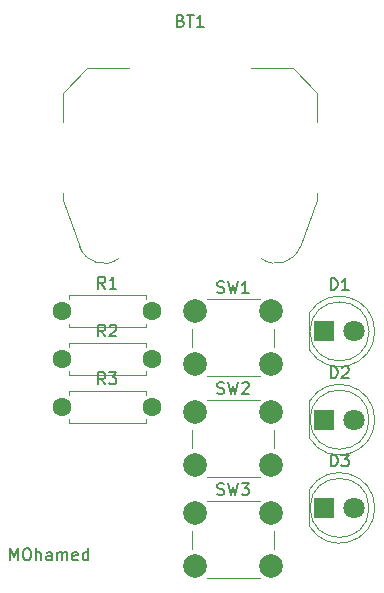
<source format=gbr>
%TF.GenerationSoftware,KiCad,Pcbnew,9.0.2*%
%TF.CreationDate,2025-06-03T22:34:10+03:00*%
%TF.ProjectId,first_PcB,66697273-745f-4506-9342-2e6b69636164,rev?*%
%TF.SameCoordinates,Original*%
%TF.FileFunction,Soldermask,Bot*%
%TF.FilePolarity,Negative*%
%FSLAX46Y46*%
G04 Gerber Fmt 4.6, Leading zero omitted, Abs format (unit mm)*
G04 Created by KiCad (PCBNEW 9.0.2) date 2025-06-03 22:34:10*
%MOMM*%
%LPD*%
G01*
G04 APERTURE LIST*
%ADD10C,2.000000*%
%ADD11C,1.600000*%
%ADD12R,1.800000X1.800000*%
%ADD13C,1.800000*%
%ADD14C,0.150000*%
%ADD15C,0.120000*%
G04 APERTURE END LIST*
D10*
%TO.C,SW3*%
X149970000Y-112890000D03*
X156470000Y-112890000D03*
X149970000Y-117390000D03*
X156470000Y-117390000D03*
%TD*%
%TO.C,SW1*%
X149970000Y-95790000D03*
X156470000Y-95790000D03*
X149970000Y-100290000D03*
X156470000Y-100290000D03*
%TD*%
D11*
%TO.C,R3*%
X138750000Y-103890000D03*
X146370000Y-103890000D03*
%TD*%
%TO.C,R2*%
X138750000Y-99840000D03*
X146370000Y-99840000D03*
%TD*%
D12*
%TO.C,D1*%
X160960000Y-97500000D03*
D13*
X163500000Y-97500000D03*
%TD*%
D12*
%TO.C,D3*%
X160960000Y-112440000D03*
D13*
X163500000Y-112440000D03*
%TD*%
D10*
%TO.C,SW2*%
X149970000Y-104340000D03*
X156470000Y-104340000D03*
X149970000Y-108840000D03*
X156470000Y-108840000D03*
%TD*%
D11*
%TO.C,R1*%
X138750000Y-95790000D03*
X146370000Y-95790000D03*
%TD*%
D12*
%TO.C,D2*%
X160960000Y-104970000D03*
D13*
X163500000Y-104970000D03*
%TD*%
D14*
X134336779Y-116869819D02*
X134336779Y-115869819D01*
X134336779Y-115869819D02*
X134670112Y-116584104D01*
X134670112Y-116584104D02*
X135003445Y-115869819D01*
X135003445Y-115869819D02*
X135003445Y-116869819D01*
X135670112Y-115869819D02*
X135860588Y-115869819D01*
X135860588Y-115869819D02*
X135955826Y-115917438D01*
X135955826Y-115917438D02*
X136051064Y-116012676D01*
X136051064Y-116012676D02*
X136098683Y-116203152D01*
X136098683Y-116203152D02*
X136098683Y-116536485D01*
X136098683Y-116536485D02*
X136051064Y-116726961D01*
X136051064Y-116726961D02*
X135955826Y-116822200D01*
X135955826Y-116822200D02*
X135860588Y-116869819D01*
X135860588Y-116869819D02*
X135670112Y-116869819D01*
X135670112Y-116869819D02*
X135574874Y-116822200D01*
X135574874Y-116822200D02*
X135479636Y-116726961D01*
X135479636Y-116726961D02*
X135432017Y-116536485D01*
X135432017Y-116536485D02*
X135432017Y-116203152D01*
X135432017Y-116203152D02*
X135479636Y-116012676D01*
X135479636Y-116012676D02*
X135574874Y-115917438D01*
X135574874Y-115917438D02*
X135670112Y-115869819D01*
X136527255Y-116869819D02*
X136527255Y-115869819D01*
X136955826Y-116869819D02*
X136955826Y-116346009D01*
X136955826Y-116346009D02*
X136908207Y-116250771D01*
X136908207Y-116250771D02*
X136812969Y-116203152D01*
X136812969Y-116203152D02*
X136670112Y-116203152D01*
X136670112Y-116203152D02*
X136574874Y-116250771D01*
X136574874Y-116250771D02*
X136527255Y-116298390D01*
X137860588Y-116869819D02*
X137860588Y-116346009D01*
X137860588Y-116346009D02*
X137812969Y-116250771D01*
X137812969Y-116250771D02*
X137717731Y-116203152D01*
X137717731Y-116203152D02*
X137527255Y-116203152D01*
X137527255Y-116203152D02*
X137432017Y-116250771D01*
X137860588Y-116822200D02*
X137765350Y-116869819D01*
X137765350Y-116869819D02*
X137527255Y-116869819D01*
X137527255Y-116869819D02*
X137432017Y-116822200D01*
X137432017Y-116822200D02*
X137384398Y-116726961D01*
X137384398Y-116726961D02*
X137384398Y-116631723D01*
X137384398Y-116631723D02*
X137432017Y-116536485D01*
X137432017Y-116536485D02*
X137527255Y-116488866D01*
X137527255Y-116488866D02*
X137765350Y-116488866D01*
X137765350Y-116488866D02*
X137860588Y-116441247D01*
X138336779Y-116869819D02*
X138336779Y-116203152D01*
X138336779Y-116298390D02*
X138384398Y-116250771D01*
X138384398Y-116250771D02*
X138479636Y-116203152D01*
X138479636Y-116203152D02*
X138622493Y-116203152D01*
X138622493Y-116203152D02*
X138717731Y-116250771D01*
X138717731Y-116250771D02*
X138765350Y-116346009D01*
X138765350Y-116346009D02*
X138765350Y-116869819D01*
X138765350Y-116346009D02*
X138812969Y-116250771D01*
X138812969Y-116250771D02*
X138908207Y-116203152D01*
X138908207Y-116203152D02*
X139051064Y-116203152D01*
X139051064Y-116203152D02*
X139146303Y-116250771D01*
X139146303Y-116250771D02*
X139193922Y-116346009D01*
X139193922Y-116346009D02*
X139193922Y-116869819D01*
X140051064Y-116822200D02*
X139955826Y-116869819D01*
X139955826Y-116869819D02*
X139765350Y-116869819D01*
X139765350Y-116869819D02*
X139670112Y-116822200D01*
X139670112Y-116822200D02*
X139622493Y-116726961D01*
X139622493Y-116726961D02*
X139622493Y-116346009D01*
X139622493Y-116346009D02*
X139670112Y-116250771D01*
X139670112Y-116250771D02*
X139765350Y-116203152D01*
X139765350Y-116203152D02*
X139955826Y-116203152D01*
X139955826Y-116203152D02*
X140051064Y-116250771D01*
X140051064Y-116250771D02*
X140098683Y-116346009D01*
X140098683Y-116346009D02*
X140098683Y-116441247D01*
X140098683Y-116441247D02*
X139622493Y-116536485D01*
X140955826Y-116869819D02*
X140955826Y-115869819D01*
X140955826Y-116822200D02*
X140860588Y-116869819D01*
X140860588Y-116869819D02*
X140670112Y-116869819D01*
X140670112Y-116869819D02*
X140574874Y-116822200D01*
X140574874Y-116822200D02*
X140527255Y-116774580D01*
X140527255Y-116774580D02*
X140479636Y-116679342D01*
X140479636Y-116679342D02*
X140479636Y-116393628D01*
X140479636Y-116393628D02*
X140527255Y-116298390D01*
X140527255Y-116298390D02*
X140574874Y-116250771D01*
X140574874Y-116250771D02*
X140670112Y-116203152D01*
X140670112Y-116203152D02*
X140860588Y-116203152D01*
X140860588Y-116203152D02*
X140955826Y-116250771D01*
X151886667Y-111297200D02*
X152029524Y-111344819D01*
X152029524Y-111344819D02*
X152267619Y-111344819D01*
X152267619Y-111344819D02*
X152362857Y-111297200D01*
X152362857Y-111297200D02*
X152410476Y-111249580D01*
X152410476Y-111249580D02*
X152458095Y-111154342D01*
X152458095Y-111154342D02*
X152458095Y-111059104D01*
X152458095Y-111059104D02*
X152410476Y-110963866D01*
X152410476Y-110963866D02*
X152362857Y-110916247D01*
X152362857Y-110916247D02*
X152267619Y-110868628D01*
X152267619Y-110868628D02*
X152077143Y-110821009D01*
X152077143Y-110821009D02*
X151981905Y-110773390D01*
X151981905Y-110773390D02*
X151934286Y-110725771D01*
X151934286Y-110725771D02*
X151886667Y-110630533D01*
X151886667Y-110630533D02*
X151886667Y-110535295D01*
X151886667Y-110535295D02*
X151934286Y-110440057D01*
X151934286Y-110440057D02*
X151981905Y-110392438D01*
X151981905Y-110392438D02*
X152077143Y-110344819D01*
X152077143Y-110344819D02*
X152315238Y-110344819D01*
X152315238Y-110344819D02*
X152458095Y-110392438D01*
X152791429Y-110344819D02*
X153029524Y-111344819D01*
X153029524Y-111344819D02*
X153220000Y-110630533D01*
X153220000Y-110630533D02*
X153410476Y-111344819D01*
X153410476Y-111344819D02*
X153648572Y-110344819D01*
X153934286Y-110344819D02*
X154553333Y-110344819D01*
X154553333Y-110344819D02*
X154220000Y-110725771D01*
X154220000Y-110725771D02*
X154362857Y-110725771D01*
X154362857Y-110725771D02*
X154458095Y-110773390D01*
X154458095Y-110773390D02*
X154505714Y-110821009D01*
X154505714Y-110821009D02*
X154553333Y-110916247D01*
X154553333Y-110916247D02*
X154553333Y-111154342D01*
X154553333Y-111154342D02*
X154505714Y-111249580D01*
X154505714Y-111249580D02*
X154458095Y-111297200D01*
X154458095Y-111297200D02*
X154362857Y-111344819D01*
X154362857Y-111344819D02*
X154077143Y-111344819D01*
X154077143Y-111344819D02*
X153981905Y-111297200D01*
X153981905Y-111297200D02*
X153934286Y-111249580D01*
X151886667Y-94197200D02*
X152029524Y-94244819D01*
X152029524Y-94244819D02*
X152267619Y-94244819D01*
X152267619Y-94244819D02*
X152362857Y-94197200D01*
X152362857Y-94197200D02*
X152410476Y-94149580D01*
X152410476Y-94149580D02*
X152458095Y-94054342D01*
X152458095Y-94054342D02*
X152458095Y-93959104D01*
X152458095Y-93959104D02*
X152410476Y-93863866D01*
X152410476Y-93863866D02*
X152362857Y-93816247D01*
X152362857Y-93816247D02*
X152267619Y-93768628D01*
X152267619Y-93768628D02*
X152077143Y-93721009D01*
X152077143Y-93721009D02*
X151981905Y-93673390D01*
X151981905Y-93673390D02*
X151934286Y-93625771D01*
X151934286Y-93625771D02*
X151886667Y-93530533D01*
X151886667Y-93530533D02*
X151886667Y-93435295D01*
X151886667Y-93435295D02*
X151934286Y-93340057D01*
X151934286Y-93340057D02*
X151981905Y-93292438D01*
X151981905Y-93292438D02*
X152077143Y-93244819D01*
X152077143Y-93244819D02*
X152315238Y-93244819D01*
X152315238Y-93244819D02*
X152458095Y-93292438D01*
X152791429Y-93244819D02*
X153029524Y-94244819D01*
X153029524Y-94244819D02*
X153220000Y-93530533D01*
X153220000Y-93530533D02*
X153410476Y-94244819D01*
X153410476Y-94244819D02*
X153648572Y-93244819D01*
X154553333Y-94244819D02*
X153981905Y-94244819D01*
X154267619Y-94244819D02*
X154267619Y-93244819D01*
X154267619Y-93244819D02*
X154172381Y-93387676D01*
X154172381Y-93387676D02*
X154077143Y-93482914D01*
X154077143Y-93482914D02*
X153981905Y-93530533D01*
X142393333Y-101974819D02*
X142060000Y-101498628D01*
X141821905Y-101974819D02*
X141821905Y-100974819D01*
X141821905Y-100974819D02*
X142202857Y-100974819D01*
X142202857Y-100974819D02*
X142298095Y-101022438D01*
X142298095Y-101022438D02*
X142345714Y-101070057D01*
X142345714Y-101070057D02*
X142393333Y-101165295D01*
X142393333Y-101165295D02*
X142393333Y-101308152D01*
X142393333Y-101308152D02*
X142345714Y-101403390D01*
X142345714Y-101403390D02*
X142298095Y-101451009D01*
X142298095Y-101451009D02*
X142202857Y-101498628D01*
X142202857Y-101498628D02*
X141821905Y-101498628D01*
X142726667Y-100974819D02*
X143345714Y-100974819D01*
X143345714Y-100974819D02*
X143012381Y-101355771D01*
X143012381Y-101355771D02*
X143155238Y-101355771D01*
X143155238Y-101355771D02*
X143250476Y-101403390D01*
X143250476Y-101403390D02*
X143298095Y-101451009D01*
X143298095Y-101451009D02*
X143345714Y-101546247D01*
X143345714Y-101546247D02*
X143345714Y-101784342D01*
X143345714Y-101784342D02*
X143298095Y-101879580D01*
X143298095Y-101879580D02*
X143250476Y-101927200D01*
X143250476Y-101927200D02*
X143155238Y-101974819D01*
X143155238Y-101974819D02*
X142869524Y-101974819D01*
X142869524Y-101974819D02*
X142774286Y-101927200D01*
X142774286Y-101927200D02*
X142726667Y-101879580D01*
X142393333Y-97924819D02*
X142060000Y-97448628D01*
X141821905Y-97924819D02*
X141821905Y-96924819D01*
X141821905Y-96924819D02*
X142202857Y-96924819D01*
X142202857Y-96924819D02*
X142298095Y-96972438D01*
X142298095Y-96972438D02*
X142345714Y-97020057D01*
X142345714Y-97020057D02*
X142393333Y-97115295D01*
X142393333Y-97115295D02*
X142393333Y-97258152D01*
X142393333Y-97258152D02*
X142345714Y-97353390D01*
X142345714Y-97353390D02*
X142298095Y-97401009D01*
X142298095Y-97401009D02*
X142202857Y-97448628D01*
X142202857Y-97448628D02*
X141821905Y-97448628D01*
X142774286Y-97020057D02*
X142821905Y-96972438D01*
X142821905Y-96972438D02*
X142917143Y-96924819D01*
X142917143Y-96924819D02*
X143155238Y-96924819D01*
X143155238Y-96924819D02*
X143250476Y-96972438D01*
X143250476Y-96972438D02*
X143298095Y-97020057D01*
X143298095Y-97020057D02*
X143345714Y-97115295D01*
X143345714Y-97115295D02*
X143345714Y-97210533D01*
X143345714Y-97210533D02*
X143298095Y-97353390D01*
X143298095Y-97353390D02*
X142726667Y-97924819D01*
X142726667Y-97924819D02*
X143345714Y-97924819D01*
X161491905Y-93994819D02*
X161491905Y-92994819D01*
X161491905Y-92994819D02*
X161730000Y-92994819D01*
X161730000Y-92994819D02*
X161872857Y-93042438D01*
X161872857Y-93042438D02*
X161968095Y-93137676D01*
X161968095Y-93137676D02*
X162015714Y-93232914D01*
X162015714Y-93232914D02*
X162063333Y-93423390D01*
X162063333Y-93423390D02*
X162063333Y-93566247D01*
X162063333Y-93566247D02*
X162015714Y-93756723D01*
X162015714Y-93756723D02*
X161968095Y-93851961D01*
X161968095Y-93851961D02*
X161872857Y-93947200D01*
X161872857Y-93947200D02*
X161730000Y-93994819D01*
X161730000Y-93994819D02*
X161491905Y-93994819D01*
X163015714Y-93994819D02*
X162444286Y-93994819D01*
X162730000Y-93994819D02*
X162730000Y-92994819D01*
X162730000Y-92994819D02*
X162634762Y-93137676D01*
X162634762Y-93137676D02*
X162539524Y-93232914D01*
X162539524Y-93232914D02*
X162444286Y-93280533D01*
X161491905Y-108934819D02*
X161491905Y-107934819D01*
X161491905Y-107934819D02*
X161730000Y-107934819D01*
X161730000Y-107934819D02*
X161872857Y-107982438D01*
X161872857Y-107982438D02*
X161968095Y-108077676D01*
X161968095Y-108077676D02*
X162015714Y-108172914D01*
X162015714Y-108172914D02*
X162063333Y-108363390D01*
X162063333Y-108363390D02*
X162063333Y-108506247D01*
X162063333Y-108506247D02*
X162015714Y-108696723D01*
X162015714Y-108696723D02*
X161968095Y-108791961D01*
X161968095Y-108791961D02*
X161872857Y-108887200D01*
X161872857Y-108887200D02*
X161730000Y-108934819D01*
X161730000Y-108934819D02*
X161491905Y-108934819D01*
X162396667Y-107934819D02*
X163015714Y-107934819D01*
X163015714Y-107934819D02*
X162682381Y-108315771D01*
X162682381Y-108315771D02*
X162825238Y-108315771D01*
X162825238Y-108315771D02*
X162920476Y-108363390D01*
X162920476Y-108363390D02*
X162968095Y-108411009D01*
X162968095Y-108411009D02*
X163015714Y-108506247D01*
X163015714Y-108506247D02*
X163015714Y-108744342D01*
X163015714Y-108744342D02*
X162968095Y-108839580D01*
X162968095Y-108839580D02*
X162920476Y-108887200D01*
X162920476Y-108887200D02*
X162825238Y-108934819D01*
X162825238Y-108934819D02*
X162539524Y-108934819D01*
X162539524Y-108934819D02*
X162444286Y-108887200D01*
X162444286Y-108887200D02*
X162396667Y-108839580D01*
X151886667Y-102747200D02*
X152029524Y-102794819D01*
X152029524Y-102794819D02*
X152267619Y-102794819D01*
X152267619Y-102794819D02*
X152362857Y-102747200D01*
X152362857Y-102747200D02*
X152410476Y-102699580D01*
X152410476Y-102699580D02*
X152458095Y-102604342D01*
X152458095Y-102604342D02*
X152458095Y-102509104D01*
X152458095Y-102509104D02*
X152410476Y-102413866D01*
X152410476Y-102413866D02*
X152362857Y-102366247D01*
X152362857Y-102366247D02*
X152267619Y-102318628D01*
X152267619Y-102318628D02*
X152077143Y-102271009D01*
X152077143Y-102271009D02*
X151981905Y-102223390D01*
X151981905Y-102223390D02*
X151934286Y-102175771D01*
X151934286Y-102175771D02*
X151886667Y-102080533D01*
X151886667Y-102080533D02*
X151886667Y-101985295D01*
X151886667Y-101985295D02*
X151934286Y-101890057D01*
X151934286Y-101890057D02*
X151981905Y-101842438D01*
X151981905Y-101842438D02*
X152077143Y-101794819D01*
X152077143Y-101794819D02*
X152315238Y-101794819D01*
X152315238Y-101794819D02*
X152458095Y-101842438D01*
X152791429Y-101794819D02*
X153029524Y-102794819D01*
X153029524Y-102794819D02*
X153220000Y-102080533D01*
X153220000Y-102080533D02*
X153410476Y-102794819D01*
X153410476Y-102794819D02*
X153648572Y-101794819D01*
X153981905Y-101890057D02*
X154029524Y-101842438D01*
X154029524Y-101842438D02*
X154124762Y-101794819D01*
X154124762Y-101794819D02*
X154362857Y-101794819D01*
X154362857Y-101794819D02*
X154458095Y-101842438D01*
X154458095Y-101842438D02*
X154505714Y-101890057D01*
X154505714Y-101890057D02*
X154553333Y-101985295D01*
X154553333Y-101985295D02*
X154553333Y-102080533D01*
X154553333Y-102080533D02*
X154505714Y-102223390D01*
X154505714Y-102223390D02*
X153934286Y-102794819D01*
X153934286Y-102794819D02*
X154553333Y-102794819D01*
X142393333Y-93874819D02*
X142060000Y-93398628D01*
X141821905Y-93874819D02*
X141821905Y-92874819D01*
X141821905Y-92874819D02*
X142202857Y-92874819D01*
X142202857Y-92874819D02*
X142298095Y-92922438D01*
X142298095Y-92922438D02*
X142345714Y-92970057D01*
X142345714Y-92970057D02*
X142393333Y-93065295D01*
X142393333Y-93065295D02*
X142393333Y-93208152D01*
X142393333Y-93208152D02*
X142345714Y-93303390D01*
X142345714Y-93303390D02*
X142298095Y-93351009D01*
X142298095Y-93351009D02*
X142202857Y-93398628D01*
X142202857Y-93398628D02*
X141821905Y-93398628D01*
X143345714Y-93874819D02*
X142774286Y-93874819D01*
X143060000Y-93874819D02*
X143060000Y-92874819D01*
X143060000Y-92874819D02*
X142964762Y-93017676D01*
X142964762Y-93017676D02*
X142869524Y-93112914D01*
X142869524Y-93112914D02*
X142774286Y-93160533D01*
X161491905Y-101464819D02*
X161491905Y-100464819D01*
X161491905Y-100464819D02*
X161730000Y-100464819D01*
X161730000Y-100464819D02*
X161872857Y-100512438D01*
X161872857Y-100512438D02*
X161968095Y-100607676D01*
X161968095Y-100607676D02*
X162015714Y-100702914D01*
X162015714Y-100702914D02*
X162063333Y-100893390D01*
X162063333Y-100893390D02*
X162063333Y-101036247D01*
X162063333Y-101036247D02*
X162015714Y-101226723D01*
X162015714Y-101226723D02*
X161968095Y-101321961D01*
X161968095Y-101321961D02*
X161872857Y-101417200D01*
X161872857Y-101417200D02*
X161730000Y-101464819D01*
X161730000Y-101464819D02*
X161491905Y-101464819D01*
X162444286Y-100560057D02*
X162491905Y-100512438D01*
X162491905Y-100512438D02*
X162587143Y-100464819D01*
X162587143Y-100464819D02*
X162825238Y-100464819D01*
X162825238Y-100464819D02*
X162920476Y-100512438D01*
X162920476Y-100512438D02*
X162968095Y-100560057D01*
X162968095Y-100560057D02*
X163015714Y-100655295D01*
X163015714Y-100655295D02*
X163015714Y-100750533D01*
X163015714Y-100750533D02*
X162968095Y-100893390D01*
X162968095Y-100893390D02*
X162396667Y-101464819D01*
X162396667Y-101464819D02*
X163015714Y-101464819D01*
X148784285Y-71179084D02*
X148927142Y-71226703D01*
X148927142Y-71226703D02*
X148974761Y-71274322D01*
X148974761Y-71274322D02*
X149022380Y-71369560D01*
X149022380Y-71369560D02*
X149022380Y-71512417D01*
X149022380Y-71512417D02*
X148974761Y-71607655D01*
X148974761Y-71607655D02*
X148927142Y-71655275D01*
X148927142Y-71655275D02*
X148831904Y-71702894D01*
X148831904Y-71702894D02*
X148450952Y-71702894D01*
X148450952Y-71702894D02*
X148450952Y-70702894D01*
X148450952Y-70702894D02*
X148784285Y-70702894D01*
X148784285Y-70702894D02*
X148879523Y-70750513D01*
X148879523Y-70750513D02*
X148927142Y-70798132D01*
X148927142Y-70798132D02*
X148974761Y-70893370D01*
X148974761Y-70893370D02*
X148974761Y-70988608D01*
X148974761Y-70988608D02*
X148927142Y-71083846D01*
X148927142Y-71083846D02*
X148879523Y-71131465D01*
X148879523Y-71131465D02*
X148784285Y-71179084D01*
X148784285Y-71179084D02*
X148450952Y-71179084D01*
X149308095Y-70702894D02*
X149879523Y-70702894D01*
X149593809Y-71702894D02*
X149593809Y-70702894D01*
X150736666Y-71702894D02*
X150165238Y-71702894D01*
X150450952Y-71702894D02*
X150450952Y-70702894D01*
X150450952Y-70702894D02*
X150355714Y-70845751D01*
X150355714Y-70845751D02*
X150260476Y-70940989D01*
X150260476Y-70940989D02*
X150165238Y-70988608D01*
D15*
%TO.C,SW3*%
X149720000Y-114390000D02*
X149720000Y-115890000D01*
X150970000Y-118390000D02*
X155470000Y-118390000D01*
X155470000Y-111890000D02*
X150970000Y-111890000D01*
X156720000Y-115890000D02*
X156720000Y-114390000D01*
%TO.C,SW1*%
X149720000Y-97290000D02*
X149720000Y-98790000D01*
X150970000Y-101290000D02*
X155470000Y-101290000D01*
X155470000Y-94790000D02*
X150970000Y-94790000D01*
X156720000Y-98790000D02*
X156720000Y-97290000D01*
%TO.C,R3*%
X139290000Y-102520000D02*
X145830000Y-102520000D01*
X139290000Y-102850000D02*
X139290000Y-102520000D01*
X139290000Y-104930000D02*
X139290000Y-105260000D01*
X139290000Y-105260000D02*
X145830000Y-105260000D01*
X145830000Y-102520000D02*
X145830000Y-102850000D01*
X145830000Y-105260000D02*
X145830000Y-104930000D01*
%TO.C,R2*%
X139290000Y-98470000D02*
X145830000Y-98470000D01*
X139290000Y-98800000D02*
X139290000Y-98470000D01*
X139290000Y-100880000D02*
X139290000Y-101210000D01*
X139290000Y-101210000D02*
X145830000Y-101210000D01*
X145830000Y-98470000D02*
X145830000Y-98800000D01*
X145830000Y-101210000D02*
X145830000Y-100880000D01*
%TO.C,D1*%
X159670000Y-95955000D02*
X159670000Y-99045000D01*
X159670000Y-95955170D02*
G75*
G02*
X165220000Y-97500000I2560000J-1544830D01*
G01*
X165220000Y-97500000D02*
G75*
G02*
X159670000Y-99044830I-2990000J0D01*
G01*
X164730000Y-97500000D02*
G75*
G02*
X159730000Y-97500000I-2500000J0D01*
G01*
X159730000Y-97500000D02*
G75*
G02*
X164730000Y-97500000I2500000J0D01*
G01*
%TO.C,D3*%
X159670000Y-110895000D02*
X159670000Y-113985000D01*
X159670000Y-110895170D02*
G75*
G02*
X165220000Y-112440000I2560000J-1544830D01*
G01*
X165220000Y-112440000D02*
G75*
G02*
X159670000Y-113984830I-2990000J0D01*
G01*
X164730000Y-112440000D02*
G75*
G02*
X159730000Y-112440000I-2500000J0D01*
G01*
X159730000Y-112440000D02*
G75*
G02*
X164730000Y-112440000I2500000J0D01*
G01*
%TO.C,SW2*%
X149720000Y-105840000D02*
X149720000Y-107340000D01*
X150970000Y-109840000D02*
X155470000Y-109840000D01*
X155470000Y-103340000D02*
X150970000Y-103340000D01*
X156720000Y-107340000D02*
X156720000Y-105840000D01*
%TO.C,R1*%
X139290000Y-94420000D02*
X145830000Y-94420000D01*
X139290000Y-94750000D02*
X139290000Y-94420000D01*
X139290000Y-96830000D02*
X139290000Y-97160000D01*
X139290000Y-97160000D02*
X145830000Y-97160000D01*
X145830000Y-94420000D02*
X145830000Y-94750000D01*
X145830000Y-97160000D02*
X145830000Y-96830000D01*
%TO.C,D2*%
X159670000Y-103425000D02*
X159670000Y-106515000D01*
X159670000Y-103425170D02*
G75*
G02*
X165220000Y-104970000I2560000J-1544830D01*
G01*
X165220000Y-104970000D02*
G75*
G02*
X159670000Y-106514830I-2990000J0D01*
G01*
X164730000Y-104970000D02*
G75*
G02*
X159730000Y-104970000I-2500000J0D01*
G01*
X159730000Y-104970000D02*
G75*
G02*
X164730000Y-104970000I2500000J0D01*
G01*
%TO.C,BT1*%
X138790000Y-77288075D02*
X138790000Y-79748075D01*
X138790000Y-85748075D02*
X138790000Y-86378075D01*
X138790000Y-86378075D02*
X140230000Y-90328075D01*
X140870000Y-75208075D02*
X138790000Y-77288075D01*
X144370000Y-75208075D02*
X140870000Y-75208075D01*
X158270000Y-75208075D02*
X154770000Y-75208075D01*
X158270000Y-75208075D02*
X160350000Y-77288075D01*
X160350000Y-77288075D02*
X160350000Y-79748075D01*
X160350000Y-85748075D02*
X160350000Y-86378075D01*
X160350000Y-86378075D02*
X158910000Y-90328075D01*
X143566646Y-91314605D02*
G75*
G02*
X140230000Y-90328075I-1306646J1716531D01*
G01*
X158895243Y-90336244D02*
G75*
G02*
X155570000Y-91298075I-2015243J738169D01*
G01*
%TD*%
M02*

</source>
